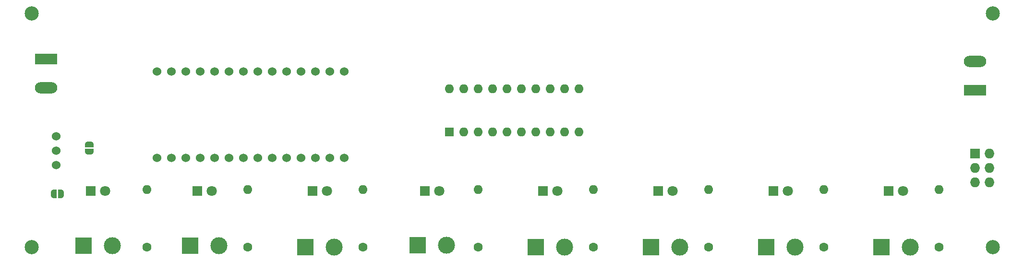
<source format=gts>
%TF.GenerationSoftware,KiCad,Pcbnew,6.0.2-378541a8eb~116~ubuntu20.04.1*%
%TF.CreationDate,2022-03-18T17:48:31-05:00*%
%TF.ProjectId,mother,6d6f7468-6572-42e6-9b69-6361645f7063,rev?*%
%TF.SameCoordinates,Original*%
%TF.FileFunction,Soldermask,Top*%
%TF.FilePolarity,Negative*%
%FSLAX46Y46*%
G04 Gerber Fmt 4.6, Leading zero omitted, Abs format (unit mm)*
G04 Created by KiCad (PCBNEW 6.0.2-378541a8eb~116~ubuntu20.04.1) date 2022-03-18 17:48:31*
%MOMM*%
%LPD*%
G01*
G04 APERTURE LIST*
G04 Aperture macros list*
%AMFreePoly0*
4,1,22,0.500000,-0.750000,0.000000,-0.750000,0.000000,-0.745033,-0.079941,-0.743568,-0.215256,-0.701293,-0.333266,-0.622738,-0.424486,-0.514219,-0.481581,-0.384460,-0.499164,-0.250000,-0.500000,-0.250000,-0.500000,0.250000,-0.499164,0.250000,-0.499963,0.256109,-0.478152,0.396186,-0.417904,0.524511,-0.324060,0.630769,-0.204165,0.706417,-0.067858,0.745374,0.000000,0.744959,0.000000,0.750000,
0.500000,0.750000,0.500000,-0.750000,0.500000,-0.750000,$1*%
%AMFreePoly1*
4,1,20,0.000000,0.744959,0.073905,0.744508,0.209726,0.703889,0.328688,0.626782,0.421226,0.519385,0.479903,0.390333,0.500000,0.250000,0.500000,-0.250000,0.499851,-0.262216,0.476331,-0.402017,0.414519,-0.529596,0.319384,-0.634700,0.198574,-0.708877,0.061801,-0.746166,0.000000,-0.745033,0.000000,-0.750000,-0.500000,-0.750000,-0.500000,0.750000,0.000000,0.750000,0.000000,0.744959,
0.000000,0.744959,$1*%
G04 Aperture macros list end*
%ADD10C,2.500000*%
%ADD11R,3.000000X3.000000*%
%ADD12C,3.000000*%
%ADD13R,1.800000X1.800000*%
%ADD14C,1.800000*%
%ADD15R,1.727200X1.727200*%
%ADD16O,1.727200X1.727200*%
%ADD17R,3.960000X1.980000*%
%ADD18O,3.960000X1.980000*%
%ADD19C,1.524000*%
%ADD20C,1.600000*%
%ADD21O,1.600000X1.600000*%
%ADD22R,1.600000X1.600000*%
%ADD23FreePoly0,180.000000*%
%ADD24FreePoly1,180.000000*%
%ADD25FreePoly0,90.000000*%
%ADD26FreePoly1,90.000000*%
G04 APERTURE END LIST*
D10*
%TO.C,REF\u002A\u002A*%
X215265000Y-114300000D03*
%TD*%
D11*
%TO.C,J7*%
X175260000Y-114300000D03*
D12*
X180340000Y-114300000D03*
%TD*%
D11*
%TO.C,J1*%
X54864000Y-114046000D03*
D12*
X59944000Y-114046000D03*
%TD*%
D13*
%TO.C,D2*%
X74925000Y-104394000D03*
D14*
X77465000Y-104394000D03*
%TD*%
D13*
%TO.C,D7*%
X176525000Y-104394000D03*
D14*
X179065000Y-104394000D03*
%TD*%
D15*
%TO.C,J9*%
X212090000Y-97790000D03*
D16*
X214630000Y-97790000D03*
X212090000Y-100330000D03*
X214630000Y-100330000D03*
X212090000Y-102870000D03*
X214630000Y-102870000D03*
%TD*%
D11*
%TO.C,J2*%
X73660000Y-114046000D03*
D12*
X78740000Y-114046000D03*
%TD*%
D13*
%TO.C,D8*%
X196845000Y-104394000D03*
D14*
X199385000Y-104394000D03*
%TD*%
D17*
%TO.C,J11*%
X48260000Y-81055000D03*
D18*
X48260000Y-86135000D03*
%TD*%
D19*
%TO.C,U3*%
X67818000Y-98552000D03*
X70358000Y-98552000D03*
X72898000Y-98552000D03*
X75438000Y-98552000D03*
X77978000Y-98552000D03*
X80518000Y-98552000D03*
X83058000Y-98552000D03*
X85598000Y-98552000D03*
X88138000Y-98552000D03*
X90678000Y-98552000D03*
X93218000Y-98552000D03*
X95758000Y-98552000D03*
X98298000Y-98552000D03*
X100838000Y-98552000D03*
X100838000Y-83312000D03*
X98298000Y-83312000D03*
X95758000Y-83312000D03*
X93218000Y-83312000D03*
X90678000Y-83312000D03*
X88138000Y-83312000D03*
X85598000Y-83312000D03*
X83058000Y-83312000D03*
X80518000Y-83312000D03*
X77978000Y-83312000D03*
X75438000Y-83312000D03*
X72898000Y-83312000D03*
X70358000Y-83312000D03*
X67818000Y-83312000D03*
%TD*%
D20*
%TO.C,R3*%
X104140000Y-114300000D03*
D21*
X104140000Y-104140000D03*
%TD*%
D11*
%TO.C,J8*%
X195580000Y-114300000D03*
D12*
X200660000Y-114300000D03*
%TD*%
D11*
%TO.C,J6*%
X154940000Y-114300000D03*
D12*
X160020000Y-114300000D03*
%TD*%
D20*
%TO.C,R4*%
X124460000Y-114300000D03*
D21*
X124460000Y-104140000D03*
%TD*%
D22*
%TO.C,U2*%
X119380000Y-93980000D03*
D21*
X121920000Y-93980000D03*
X124460000Y-93980000D03*
X127000000Y-93980000D03*
X129540000Y-93980000D03*
X132080000Y-93980000D03*
X134620000Y-93980000D03*
X137160000Y-93980000D03*
X139700000Y-93980000D03*
X142240000Y-93980000D03*
X142240000Y-86360000D03*
X139700000Y-86360000D03*
X137160000Y-86360000D03*
X134620000Y-86360000D03*
X132080000Y-86360000D03*
X129540000Y-86360000D03*
X127000000Y-86360000D03*
X124460000Y-86360000D03*
X121920000Y-86360000D03*
X119380000Y-86360000D03*
%TD*%
D13*
%TO.C,D6*%
X156205000Y-104394000D03*
D14*
X158745000Y-104394000D03*
%TD*%
D20*
%TO.C,R6*%
X165100000Y-114300000D03*
D21*
X165100000Y-104140000D03*
%TD*%
D10*
%TO.C,REF\u002A\u002A*%
X45720000Y-73025000D03*
%TD*%
%TO.C,REF\u002A\u002A*%
X45720000Y-114300000D03*
%TD*%
D11*
%TO.C,J3*%
X93980000Y-114300000D03*
D12*
X99060000Y-114300000D03*
%TD*%
D20*
%TO.C,R7*%
X185420000Y-114300000D03*
D21*
X185420000Y-104140000D03*
%TD*%
D13*
%TO.C,D4*%
X115057000Y-104394000D03*
D14*
X117597000Y-104394000D03*
%TD*%
D13*
%TO.C,D5*%
X135885000Y-104394000D03*
D14*
X138425000Y-104394000D03*
%TD*%
D20*
%TO.C,R5*%
X144780000Y-114300000D03*
D21*
X144780000Y-104140000D03*
%TD*%
D13*
%TO.C,D3*%
X95245000Y-104394000D03*
D14*
X97785000Y-104394000D03*
%TD*%
D10*
%TO.C,REF\u002A\u002A*%
X215265000Y-73025000D03*
%TD*%
D23*
%TO.C,JP1*%
X50942000Y-104902000D03*
D24*
X49642000Y-104902000D03*
%TD*%
D20*
%TO.C,R1*%
X66040000Y-114300000D03*
D21*
X66040000Y-104140000D03*
%TD*%
D25*
%TO.C,JP2*%
X55880000Y-97424000D03*
D26*
X55880000Y-96124000D03*
%TD*%
D11*
%TO.C,J5*%
X134620000Y-114300000D03*
D12*
X139700000Y-114300000D03*
%TD*%
D20*
%TO.C,R2*%
X83820000Y-114300000D03*
D21*
X83820000Y-104140000D03*
%TD*%
D19*
%TO.C,U1*%
X50038000Y-99822000D03*
X50038000Y-97282000D03*
X50038000Y-94742000D03*
%TD*%
D11*
%TO.C,J4*%
X113870000Y-113980000D03*
D12*
X118950000Y-113980000D03*
%TD*%
D17*
%TO.C,J12*%
X212090000Y-86585000D03*
D18*
X212090000Y-81505000D03*
%TD*%
D20*
%TO.C,R8*%
X205740000Y-114300000D03*
D21*
X205740000Y-104140000D03*
%TD*%
D13*
%TO.C,D1*%
X56129000Y-104394000D03*
D14*
X58669000Y-104394000D03*
%TD*%
M02*

</source>
